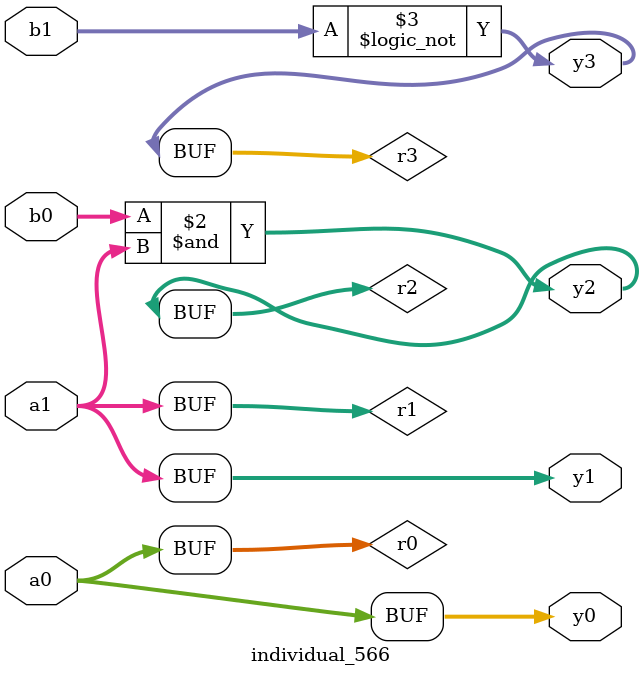
<source format=sv>
module individual_566(input logic [15:0] a1, input logic [15:0] a0, input logic [15:0] b1, input logic [15:0] b0, output logic [15:0] y3, output logic [15:0] y2, output logic [15:0] y1, output logic [15:0] y0);
logic [15:0] r0, r1, r2, r3; 
 always@(*) begin 
	 r0 = a0; r1 = a1; r2 = b0; r3 = b1; 
 	 r2  &=  r1 ;
 	 r3 = ! b1 ;
 	 y3 = r3; y2 = r2; y1 = r1; y0 = r0; 
end
endmodule
</source>
